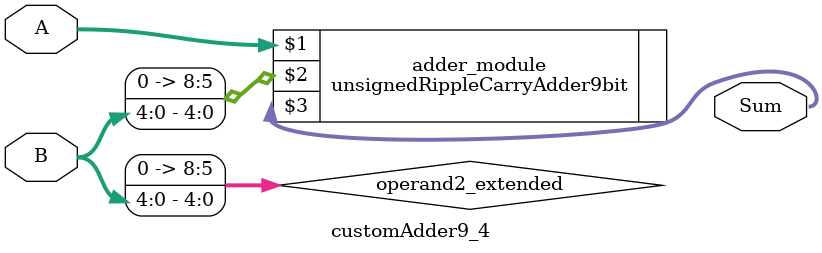
<source format=v>

module customAdder9_4(
                    input [8 : 0] A,
                    input [4 : 0] B,
                    
                    output [9 : 0] Sum
            );

    wire [8 : 0] operand2_extended;
    
    assign operand2_extended =  {4'b0, B};
    
    unsignedRippleCarryAdder9bit adder_module(
        A,
        operand2_extended,
        Sum
    );
    
endmodule
        
</source>
